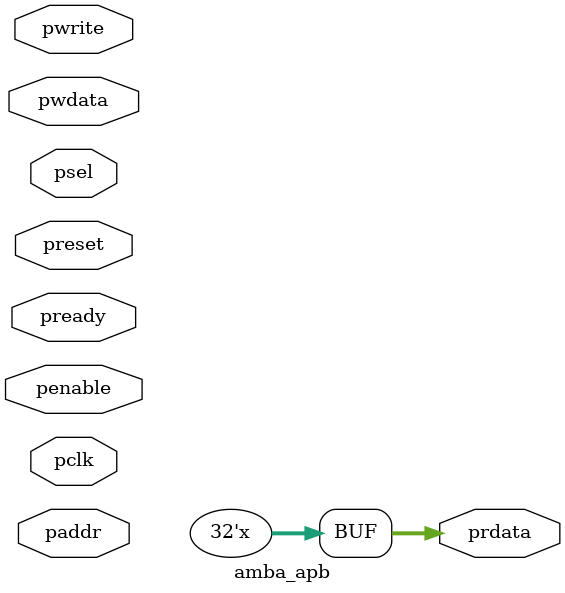
<source format=v>
/* AMBA - Advanced Microcontroller Bus Architecture is a on-chip communication protocol. It is widely
used in SoC and ASIC and also these days in Smartphones. AMBA has been revised several times depending 
upon the requirements with increasing device functionality. AMBA consists of 3 components:-
	1. AHB or ASB - Advanced high speed bus for high bandwidth and high performance---AHB-lite.
	2. APB - Advanced Peripeheral Bus for low bandwidth low performance
*/

module amba_apb(pclk,preset,psel,penable,pwrite,paddr,pwdata,prdata,pready);

input pclk;					// clock signal
input preset;					// 1bit reset signal
input psel;					// 1bit select signal
input penable;					// 1bit enable signal
input pwrite;					// direction signal (1=write/0=read)
input [0:31] paddr;				// 32 bit address bus
input [0:31] pwdata;				// 32 bit wire data bus
output reg [0:31] prdata;			// 32 bit read data bus
input  pready;					// ready signal

reg [0:1] state,next;				//2 bit state change variable

parameter idle=2'b00;				//initial idle state
parameter setup=2'b01;				//data is made stable in this state to be accessed in the next
parameter access=2'b10;				//data is accessed in this state

reg [0:31]pwdata_temp;				//temp reg to store data to be written
reg temp_psel;
reg temp_penable;


always @ (posedge pclk or negedge preset)
	if (!preset)
		state<=idle;
	else 	
		state<=next;

always @ (state or preset or psel or penable or pwrite or paddr or pwdata)
begin
	case (state)
		idle : begin
			temp_psel=1'b0;
			temp_penable=1'b0;
			if (psel==1) next=setup;
			else next=idle; 
		end
		
		setup: begin
			temp_psel=1'b1;
			temp_penable=1'b0;
			pwdata_temp=32'h0;
			next=access;
			
		end
	
		access: begin
			if (pwrite==1 && penable==1) begin
				pwdata_temp=pwdata;	
				next = idle;
			end
			else if (pwrite==0 && penable==1)begin
				//prdata=32'haa;
				prdata=pwdata_temp;	
				next = idle;
			end
			
			else next=idle;
		end
	endcase

end

endmodule 
</source>
